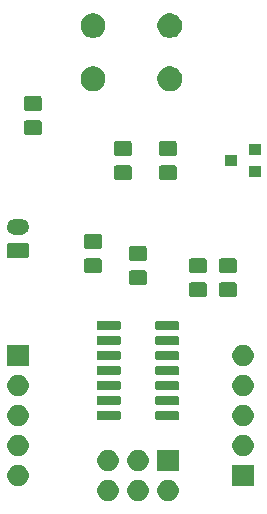
<source format=gbr>
G04 #@! TF.GenerationSoftware,KiCad,Pcbnew,5.1.5+dfsg1-2build2*
G04 #@! TF.CreationDate,2021-03-19T14:08:30-04:00*
G04 #@! TF.ProjectId,hawk,6861776b-2e6b-4696-9361-645f70636258,rev?*
G04 #@! TF.SameCoordinates,Original*
G04 #@! TF.FileFunction,Soldermask,Top*
G04 #@! TF.FilePolarity,Negative*
%FSLAX46Y46*%
G04 Gerber Fmt 4.6, Leading zero omitted, Abs format (unit mm)*
G04 Created by KiCad (PCBNEW 5.1.5+dfsg1-2build2) date 2021-03-19 14:08:30*
%MOMM*%
%LPD*%
G04 APERTURE LIST*
%ADD10C,0.100000*%
G04 APERTURE END LIST*
D10*
G36*
X138543512Y-115943927D02*
G01*
X138692812Y-115973624D01*
X138856784Y-116041544D01*
X139004354Y-116140147D01*
X139129853Y-116265646D01*
X139228456Y-116413216D01*
X139296376Y-116577188D01*
X139331000Y-116751259D01*
X139331000Y-116928741D01*
X139296376Y-117102812D01*
X139228456Y-117266784D01*
X139129853Y-117414354D01*
X139004354Y-117539853D01*
X138856784Y-117638456D01*
X138692812Y-117706376D01*
X138543512Y-117736073D01*
X138518742Y-117741000D01*
X138341258Y-117741000D01*
X138316488Y-117736073D01*
X138167188Y-117706376D01*
X138003216Y-117638456D01*
X137855646Y-117539853D01*
X137730147Y-117414354D01*
X137631544Y-117266784D01*
X137563624Y-117102812D01*
X137529000Y-116928741D01*
X137529000Y-116751259D01*
X137563624Y-116577188D01*
X137631544Y-116413216D01*
X137730147Y-116265646D01*
X137855646Y-116140147D01*
X138003216Y-116041544D01*
X138167188Y-115973624D01*
X138316488Y-115943927D01*
X138341258Y-115939000D01*
X138518742Y-115939000D01*
X138543512Y-115943927D01*
G37*
G36*
X136003512Y-115943927D02*
G01*
X136152812Y-115973624D01*
X136316784Y-116041544D01*
X136464354Y-116140147D01*
X136589853Y-116265646D01*
X136688456Y-116413216D01*
X136756376Y-116577188D01*
X136791000Y-116751259D01*
X136791000Y-116928741D01*
X136756376Y-117102812D01*
X136688456Y-117266784D01*
X136589853Y-117414354D01*
X136464354Y-117539853D01*
X136316784Y-117638456D01*
X136152812Y-117706376D01*
X136003512Y-117736073D01*
X135978742Y-117741000D01*
X135801258Y-117741000D01*
X135776488Y-117736073D01*
X135627188Y-117706376D01*
X135463216Y-117638456D01*
X135315646Y-117539853D01*
X135190147Y-117414354D01*
X135091544Y-117266784D01*
X135023624Y-117102812D01*
X134989000Y-116928741D01*
X134989000Y-116751259D01*
X135023624Y-116577188D01*
X135091544Y-116413216D01*
X135190147Y-116265646D01*
X135315646Y-116140147D01*
X135463216Y-116041544D01*
X135627188Y-115973624D01*
X135776488Y-115943927D01*
X135801258Y-115939000D01*
X135978742Y-115939000D01*
X136003512Y-115943927D01*
G37*
G36*
X133463512Y-115943927D02*
G01*
X133612812Y-115973624D01*
X133776784Y-116041544D01*
X133924354Y-116140147D01*
X134049853Y-116265646D01*
X134148456Y-116413216D01*
X134216376Y-116577188D01*
X134251000Y-116751259D01*
X134251000Y-116928741D01*
X134216376Y-117102812D01*
X134148456Y-117266784D01*
X134049853Y-117414354D01*
X133924354Y-117539853D01*
X133776784Y-117638456D01*
X133612812Y-117706376D01*
X133463512Y-117736073D01*
X133438742Y-117741000D01*
X133261258Y-117741000D01*
X133236488Y-117736073D01*
X133087188Y-117706376D01*
X132923216Y-117638456D01*
X132775646Y-117539853D01*
X132650147Y-117414354D01*
X132551544Y-117266784D01*
X132483624Y-117102812D01*
X132449000Y-116928741D01*
X132449000Y-116751259D01*
X132483624Y-116577188D01*
X132551544Y-116413216D01*
X132650147Y-116265646D01*
X132775646Y-116140147D01*
X132923216Y-116041544D01*
X133087188Y-115973624D01*
X133236488Y-115943927D01*
X133261258Y-115939000D01*
X133438742Y-115939000D01*
X133463512Y-115943927D01*
G37*
G36*
X125843512Y-114673927D02*
G01*
X125992812Y-114703624D01*
X126156784Y-114771544D01*
X126304354Y-114870147D01*
X126429853Y-114995646D01*
X126528456Y-115143216D01*
X126596376Y-115307188D01*
X126631000Y-115481259D01*
X126631000Y-115658741D01*
X126596376Y-115832812D01*
X126528456Y-115996784D01*
X126429853Y-116144354D01*
X126304354Y-116269853D01*
X126156784Y-116368456D01*
X125992812Y-116436376D01*
X125843512Y-116466073D01*
X125818742Y-116471000D01*
X125641258Y-116471000D01*
X125616488Y-116466073D01*
X125467188Y-116436376D01*
X125303216Y-116368456D01*
X125155646Y-116269853D01*
X125030147Y-116144354D01*
X124931544Y-115996784D01*
X124863624Y-115832812D01*
X124829000Y-115658741D01*
X124829000Y-115481259D01*
X124863624Y-115307188D01*
X124931544Y-115143216D01*
X125030147Y-114995646D01*
X125155646Y-114870147D01*
X125303216Y-114771544D01*
X125467188Y-114703624D01*
X125616488Y-114673927D01*
X125641258Y-114669000D01*
X125818742Y-114669000D01*
X125843512Y-114673927D01*
G37*
G36*
X145681000Y-116471000D02*
G01*
X143879000Y-116471000D01*
X143879000Y-114669000D01*
X145681000Y-114669000D01*
X145681000Y-116471000D01*
G37*
G36*
X136003512Y-113403927D02*
G01*
X136152812Y-113433624D01*
X136316784Y-113501544D01*
X136464354Y-113600147D01*
X136589853Y-113725646D01*
X136688456Y-113873216D01*
X136756376Y-114037188D01*
X136791000Y-114211259D01*
X136791000Y-114388741D01*
X136756376Y-114562812D01*
X136688456Y-114726784D01*
X136589853Y-114874354D01*
X136464354Y-114999853D01*
X136316784Y-115098456D01*
X136152812Y-115166376D01*
X136003512Y-115196073D01*
X135978742Y-115201000D01*
X135801258Y-115201000D01*
X135776488Y-115196073D01*
X135627188Y-115166376D01*
X135463216Y-115098456D01*
X135315646Y-114999853D01*
X135190147Y-114874354D01*
X135091544Y-114726784D01*
X135023624Y-114562812D01*
X134989000Y-114388741D01*
X134989000Y-114211259D01*
X135023624Y-114037188D01*
X135091544Y-113873216D01*
X135190147Y-113725646D01*
X135315646Y-113600147D01*
X135463216Y-113501544D01*
X135627188Y-113433624D01*
X135776488Y-113403927D01*
X135801258Y-113399000D01*
X135978742Y-113399000D01*
X136003512Y-113403927D01*
G37*
G36*
X139331000Y-115201000D02*
G01*
X137529000Y-115201000D01*
X137529000Y-113399000D01*
X139331000Y-113399000D01*
X139331000Y-115201000D01*
G37*
G36*
X133463512Y-113403927D02*
G01*
X133612812Y-113433624D01*
X133776784Y-113501544D01*
X133924354Y-113600147D01*
X134049853Y-113725646D01*
X134148456Y-113873216D01*
X134216376Y-114037188D01*
X134251000Y-114211259D01*
X134251000Y-114388741D01*
X134216376Y-114562812D01*
X134148456Y-114726784D01*
X134049853Y-114874354D01*
X133924354Y-114999853D01*
X133776784Y-115098456D01*
X133612812Y-115166376D01*
X133463512Y-115196073D01*
X133438742Y-115201000D01*
X133261258Y-115201000D01*
X133236488Y-115196073D01*
X133087188Y-115166376D01*
X132923216Y-115098456D01*
X132775646Y-114999853D01*
X132650147Y-114874354D01*
X132551544Y-114726784D01*
X132483624Y-114562812D01*
X132449000Y-114388741D01*
X132449000Y-114211259D01*
X132483624Y-114037188D01*
X132551544Y-113873216D01*
X132650147Y-113725646D01*
X132775646Y-113600147D01*
X132923216Y-113501544D01*
X133087188Y-113433624D01*
X133236488Y-113403927D01*
X133261258Y-113399000D01*
X133438742Y-113399000D01*
X133463512Y-113403927D01*
G37*
G36*
X125843512Y-112133927D02*
G01*
X125992812Y-112163624D01*
X126156784Y-112231544D01*
X126304354Y-112330147D01*
X126429853Y-112455646D01*
X126528456Y-112603216D01*
X126596376Y-112767188D01*
X126631000Y-112941259D01*
X126631000Y-113118741D01*
X126596376Y-113292812D01*
X126528456Y-113456784D01*
X126429853Y-113604354D01*
X126304354Y-113729853D01*
X126156784Y-113828456D01*
X125992812Y-113896376D01*
X125843512Y-113926073D01*
X125818742Y-113931000D01*
X125641258Y-113931000D01*
X125616488Y-113926073D01*
X125467188Y-113896376D01*
X125303216Y-113828456D01*
X125155646Y-113729853D01*
X125030147Y-113604354D01*
X124931544Y-113456784D01*
X124863624Y-113292812D01*
X124829000Y-113118741D01*
X124829000Y-112941259D01*
X124863624Y-112767188D01*
X124931544Y-112603216D01*
X125030147Y-112455646D01*
X125155646Y-112330147D01*
X125303216Y-112231544D01*
X125467188Y-112163624D01*
X125616488Y-112133927D01*
X125641258Y-112129000D01*
X125818742Y-112129000D01*
X125843512Y-112133927D01*
G37*
G36*
X144893512Y-112133927D02*
G01*
X145042812Y-112163624D01*
X145206784Y-112231544D01*
X145354354Y-112330147D01*
X145479853Y-112455646D01*
X145578456Y-112603216D01*
X145646376Y-112767188D01*
X145681000Y-112941259D01*
X145681000Y-113118741D01*
X145646376Y-113292812D01*
X145578456Y-113456784D01*
X145479853Y-113604354D01*
X145354354Y-113729853D01*
X145206784Y-113828456D01*
X145042812Y-113896376D01*
X144893512Y-113926073D01*
X144868742Y-113931000D01*
X144691258Y-113931000D01*
X144666488Y-113926073D01*
X144517188Y-113896376D01*
X144353216Y-113828456D01*
X144205646Y-113729853D01*
X144080147Y-113604354D01*
X143981544Y-113456784D01*
X143913624Y-113292812D01*
X143879000Y-113118741D01*
X143879000Y-112941259D01*
X143913624Y-112767188D01*
X143981544Y-112603216D01*
X144080147Y-112455646D01*
X144205646Y-112330147D01*
X144353216Y-112231544D01*
X144517188Y-112163624D01*
X144666488Y-112133927D01*
X144691258Y-112129000D01*
X144868742Y-112129000D01*
X144893512Y-112133927D01*
G37*
G36*
X144893512Y-109593927D02*
G01*
X145042812Y-109623624D01*
X145206784Y-109691544D01*
X145354354Y-109790147D01*
X145479853Y-109915646D01*
X145578456Y-110063216D01*
X145646376Y-110227188D01*
X145681000Y-110401259D01*
X145681000Y-110578741D01*
X145646376Y-110752812D01*
X145578456Y-110916784D01*
X145479853Y-111064354D01*
X145354354Y-111189853D01*
X145206784Y-111288456D01*
X145042812Y-111356376D01*
X144893512Y-111386073D01*
X144868742Y-111391000D01*
X144691258Y-111391000D01*
X144666488Y-111386073D01*
X144517188Y-111356376D01*
X144353216Y-111288456D01*
X144205646Y-111189853D01*
X144080147Y-111064354D01*
X143981544Y-110916784D01*
X143913624Y-110752812D01*
X143879000Y-110578741D01*
X143879000Y-110401259D01*
X143913624Y-110227188D01*
X143981544Y-110063216D01*
X144080147Y-109915646D01*
X144205646Y-109790147D01*
X144353216Y-109691544D01*
X144517188Y-109623624D01*
X144666488Y-109593927D01*
X144691258Y-109589000D01*
X144868742Y-109589000D01*
X144893512Y-109593927D01*
G37*
G36*
X125843512Y-109593927D02*
G01*
X125992812Y-109623624D01*
X126156784Y-109691544D01*
X126304354Y-109790147D01*
X126429853Y-109915646D01*
X126528456Y-110063216D01*
X126596376Y-110227188D01*
X126631000Y-110401259D01*
X126631000Y-110578741D01*
X126596376Y-110752812D01*
X126528456Y-110916784D01*
X126429853Y-111064354D01*
X126304354Y-111189853D01*
X126156784Y-111288456D01*
X125992812Y-111356376D01*
X125843512Y-111386073D01*
X125818742Y-111391000D01*
X125641258Y-111391000D01*
X125616488Y-111386073D01*
X125467188Y-111356376D01*
X125303216Y-111288456D01*
X125155646Y-111189853D01*
X125030147Y-111064354D01*
X124931544Y-110916784D01*
X124863624Y-110752812D01*
X124829000Y-110578741D01*
X124829000Y-110401259D01*
X124863624Y-110227188D01*
X124931544Y-110063216D01*
X125030147Y-109915646D01*
X125155646Y-109790147D01*
X125303216Y-109691544D01*
X125467188Y-109623624D01*
X125616488Y-109593927D01*
X125641258Y-109589000D01*
X125818742Y-109589000D01*
X125843512Y-109593927D01*
G37*
G36*
X139299928Y-110141764D02*
G01*
X139321009Y-110148160D01*
X139340445Y-110158548D01*
X139357476Y-110172524D01*
X139371452Y-110189555D01*
X139381840Y-110208991D01*
X139388236Y-110230072D01*
X139391000Y-110258140D01*
X139391000Y-110721860D01*
X139388236Y-110749928D01*
X139381840Y-110771009D01*
X139371452Y-110790445D01*
X139357476Y-110807476D01*
X139340445Y-110821452D01*
X139321009Y-110831840D01*
X139299928Y-110838236D01*
X139271860Y-110841000D01*
X137458140Y-110841000D01*
X137430072Y-110838236D01*
X137408991Y-110831840D01*
X137389555Y-110821452D01*
X137372524Y-110807476D01*
X137358548Y-110790445D01*
X137348160Y-110771009D01*
X137341764Y-110749928D01*
X137339000Y-110721860D01*
X137339000Y-110258140D01*
X137341764Y-110230072D01*
X137348160Y-110208991D01*
X137358548Y-110189555D01*
X137372524Y-110172524D01*
X137389555Y-110158548D01*
X137408991Y-110148160D01*
X137430072Y-110141764D01*
X137458140Y-110139000D01*
X139271860Y-110139000D01*
X139299928Y-110141764D01*
G37*
G36*
X134349928Y-110141764D02*
G01*
X134371009Y-110148160D01*
X134390445Y-110158548D01*
X134407476Y-110172524D01*
X134421452Y-110189555D01*
X134431840Y-110208991D01*
X134438236Y-110230072D01*
X134441000Y-110258140D01*
X134441000Y-110721860D01*
X134438236Y-110749928D01*
X134431840Y-110771009D01*
X134421452Y-110790445D01*
X134407476Y-110807476D01*
X134390445Y-110821452D01*
X134371009Y-110831840D01*
X134349928Y-110838236D01*
X134321860Y-110841000D01*
X132508140Y-110841000D01*
X132480072Y-110838236D01*
X132458991Y-110831840D01*
X132439555Y-110821452D01*
X132422524Y-110807476D01*
X132408548Y-110790445D01*
X132398160Y-110771009D01*
X132391764Y-110749928D01*
X132389000Y-110721860D01*
X132389000Y-110258140D01*
X132391764Y-110230072D01*
X132398160Y-110208991D01*
X132408548Y-110189555D01*
X132422524Y-110172524D01*
X132439555Y-110158548D01*
X132458991Y-110148160D01*
X132480072Y-110141764D01*
X132508140Y-110139000D01*
X134321860Y-110139000D01*
X134349928Y-110141764D01*
G37*
G36*
X134349928Y-108871764D02*
G01*
X134371009Y-108878160D01*
X134390445Y-108888548D01*
X134407476Y-108902524D01*
X134421452Y-108919555D01*
X134431840Y-108938991D01*
X134438236Y-108960072D01*
X134441000Y-108988140D01*
X134441000Y-109451860D01*
X134438236Y-109479928D01*
X134431840Y-109501009D01*
X134421452Y-109520445D01*
X134407476Y-109537476D01*
X134390445Y-109551452D01*
X134371009Y-109561840D01*
X134349928Y-109568236D01*
X134321860Y-109571000D01*
X132508140Y-109571000D01*
X132480072Y-109568236D01*
X132458991Y-109561840D01*
X132439555Y-109551452D01*
X132422524Y-109537476D01*
X132408548Y-109520445D01*
X132398160Y-109501009D01*
X132391764Y-109479928D01*
X132389000Y-109451860D01*
X132389000Y-108988140D01*
X132391764Y-108960072D01*
X132398160Y-108938991D01*
X132408548Y-108919555D01*
X132422524Y-108902524D01*
X132439555Y-108888548D01*
X132458991Y-108878160D01*
X132480072Y-108871764D01*
X132508140Y-108869000D01*
X134321860Y-108869000D01*
X134349928Y-108871764D01*
G37*
G36*
X139299928Y-108871764D02*
G01*
X139321009Y-108878160D01*
X139340445Y-108888548D01*
X139357476Y-108902524D01*
X139371452Y-108919555D01*
X139381840Y-108938991D01*
X139388236Y-108960072D01*
X139391000Y-108988140D01*
X139391000Y-109451860D01*
X139388236Y-109479928D01*
X139381840Y-109501009D01*
X139371452Y-109520445D01*
X139357476Y-109537476D01*
X139340445Y-109551452D01*
X139321009Y-109561840D01*
X139299928Y-109568236D01*
X139271860Y-109571000D01*
X137458140Y-109571000D01*
X137430072Y-109568236D01*
X137408991Y-109561840D01*
X137389555Y-109551452D01*
X137372524Y-109537476D01*
X137358548Y-109520445D01*
X137348160Y-109501009D01*
X137341764Y-109479928D01*
X137339000Y-109451860D01*
X137339000Y-108988140D01*
X137341764Y-108960072D01*
X137348160Y-108938991D01*
X137358548Y-108919555D01*
X137372524Y-108902524D01*
X137389555Y-108888548D01*
X137408991Y-108878160D01*
X137430072Y-108871764D01*
X137458140Y-108869000D01*
X139271860Y-108869000D01*
X139299928Y-108871764D01*
G37*
G36*
X125843512Y-107053927D02*
G01*
X125992812Y-107083624D01*
X126156784Y-107151544D01*
X126304354Y-107250147D01*
X126429853Y-107375646D01*
X126528456Y-107523216D01*
X126596376Y-107687188D01*
X126631000Y-107861259D01*
X126631000Y-108038741D01*
X126596376Y-108212812D01*
X126528456Y-108376784D01*
X126429853Y-108524354D01*
X126304354Y-108649853D01*
X126156784Y-108748456D01*
X125992812Y-108816376D01*
X125843512Y-108846073D01*
X125818742Y-108851000D01*
X125641258Y-108851000D01*
X125616488Y-108846073D01*
X125467188Y-108816376D01*
X125303216Y-108748456D01*
X125155646Y-108649853D01*
X125030147Y-108524354D01*
X124931544Y-108376784D01*
X124863624Y-108212812D01*
X124829000Y-108038741D01*
X124829000Y-107861259D01*
X124863624Y-107687188D01*
X124931544Y-107523216D01*
X125030147Y-107375646D01*
X125155646Y-107250147D01*
X125303216Y-107151544D01*
X125467188Y-107083624D01*
X125616488Y-107053927D01*
X125641258Y-107049000D01*
X125818742Y-107049000D01*
X125843512Y-107053927D01*
G37*
G36*
X144893512Y-107053927D02*
G01*
X145042812Y-107083624D01*
X145206784Y-107151544D01*
X145354354Y-107250147D01*
X145479853Y-107375646D01*
X145578456Y-107523216D01*
X145646376Y-107687188D01*
X145681000Y-107861259D01*
X145681000Y-108038741D01*
X145646376Y-108212812D01*
X145578456Y-108376784D01*
X145479853Y-108524354D01*
X145354354Y-108649853D01*
X145206784Y-108748456D01*
X145042812Y-108816376D01*
X144893512Y-108846073D01*
X144868742Y-108851000D01*
X144691258Y-108851000D01*
X144666488Y-108846073D01*
X144517188Y-108816376D01*
X144353216Y-108748456D01*
X144205646Y-108649853D01*
X144080147Y-108524354D01*
X143981544Y-108376784D01*
X143913624Y-108212812D01*
X143879000Y-108038741D01*
X143879000Y-107861259D01*
X143913624Y-107687188D01*
X143981544Y-107523216D01*
X144080147Y-107375646D01*
X144205646Y-107250147D01*
X144353216Y-107151544D01*
X144517188Y-107083624D01*
X144666488Y-107053927D01*
X144691258Y-107049000D01*
X144868742Y-107049000D01*
X144893512Y-107053927D01*
G37*
G36*
X134349928Y-107601764D02*
G01*
X134371009Y-107608160D01*
X134390445Y-107618548D01*
X134407476Y-107632524D01*
X134421452Y-107649555D01*
X134431840Y-107668991D01*
X134438236Y-107690072D01*
X134441000Y-107718140D01*
X134441000Y-108181860D01*
X134438236Y-108209928D01*
X134431840Y-108231009D01*
X134421452Y-108250445D01*
X134407476Y-108267476D01*
X134390445Y-108281452D01*
X134371009Y-108291840D01*
X134349928Y-108298236D01*
X134321860Y-108301000D01*
X132508140Y-108301000D01*
X132480072Y-108298236D01*
X132458991Y-108291840D01*
X132439555Y-108281452D01*
X132422524Y-108267476D01*
X132408548Y-108250445D01*
X132398160Y-108231009D01*
X132391764Y-108209928D01*
X132389000Y-108181860D01*
X132389000Y-107718140D01*
X132391764Y-107690072D01*
X132398160Y-107668991D01*
X132408548Y-107649555D01*
X132422524Y-107632524D01*
X132439555Y-107618548D01*
X132458991Y-107608160D01*
X132480072Y-107601764D01*
X132508140Y-107599000D01*
X134321860Y-107599000D01*
X134349928Y-107601764D01*
G37*
G36*
X139299928Y-107601764D02*
G01*
X139321009Y-107608160D01*
X139340445Y-107618548D01*
X139357476Y-107632524D01*
X139371452Y-107649555D01*
X139381840Y-107668991D01*
X139388236Y-107690072D01*
X139391000Y-107718140D01*
X139391000Y-108181860D01*
X139388236Y-108209928D01*
X139381840Y-108231009D01*
X139371452Y-108250445D01*
X139357476Y-108267476D01*
X139340445Y-108281452D01*
X139321009Y-108291840D01*
X139299928Y-108298236D01*
X139271860Y-108301000D01*
X137458140Y-108301000D01*
X137430072Y-108298236D01*
X137408991Y-108291840D01*
X137389555Y-108281452D01*
X137372524Y-108267476D01*
X137358548Y-108250445D01*
X137348160Y-108231009D01*
X137341764Y-108209928D01*
X137339000Y-108181860D01*
X137339000Y-107718140D01*
X137341764Y-107690072D01*
X137348160Y-107668991D01*
X137358548Y-107649555D01*
X137372524Y-107632524D01*
X137389555Y-107618548D01*
X137408991Y-107608160D01*
X137430072Y-107601764D01*
X137458140Y-107599000D01*
X139271860Y-107599000D01*
X139299928Y-107601764D01*
G37*
G36*
X134349928Y-106331764D02*
G01*
X134371009Y-106338160D01*
X134390445Y-106348548D01*
X134407476Y-106362524D01*
X134421452Y-106379555D01*
X134431840Y-106398991D01*
X134438236Y-106420072D01*
X134441000Y-106448140D01*
X134441000Y-106911860D01*
X134438236Y-106939928D01*
X134431840Y-106961009D01*
X134421452Y-106980445D01*
X134407476Y-106997476D01*
X134390445Y-107011452D01*
X134371009Y-107021840D01*
X134349928Y-107028236D01*
X134321860Y-107031000D01*
X132508140Y-107031000D01*
X132480072Y-107028236D01*
X132458991Y-107021840D01*
X132439555Y-107011452D01*
X132422524Y-106997476D01*
X132408548Y-106980445D01*
X132398160Y-106961009D01*
X132391764Y-106939928D01*
X132389000Y-106911860D01*
X132389000Y-106448140D01*
X132391764Y-106420072D01*
X132398160Y-106398991D01*
X132408548Y-106379555D01*
X132422524Y-106362524D01*
X132439555Y-106348548D01*
X132458991Y-106338160D01*
X132480072Y-106331764D01*
X132508140Y-106329000D01*
X134321860Y-106329000D01*
X134349928Y-106331764D01*
G37*
G36*
X139299928Y-106331764D02*
G01*
X139321009Y-106338160D01*
X139340445Y-106348548D01*
X139357476Y-106362524D01*
X139371452Y-106379555D01*
X139381840Y-106398991D01*
X139388236Y-106420072D01*
X139391000Y-106448140D01*
X139391000Y-106911860D01*
X139388236Y-106939928D01*
X139381840Y-106961009D01*
X139371452Y-106980445D01*
X139357476Y-106997476D01*
X139340445Y-107011452D01*
X139321009Y-107021840D01*
X139299928Y-107028236D01*
X139271860Y-107031000D01*
X137458140Y-107031000D01*
X137430072Y-107028236D01*
X137408991Y-107021840D01*
X137389555Y-107011452D01*
X137372524Y-106997476D01*
X137358548Y-106980445D01*
X137348160Y-106961009D01*
X137341764Y-106939928D01*
X137339000Y-106911860D01*
X137339000Y-106448140D01*
X137341764Y-106420072D01*
X137348160Y-106398991D01*
X137358548Y-106379555D01*
X137372524Y-106362524D01*
X137389555Y-106348548D01*
X137408991Y-106338160D01*
X137430072Y-106331764D01*
X137458140Y-106329000D01*
X139271860Y-106329000D01*
X139299928Y-106331764D01*
G37*
G36*
X126631000Y-106311000D02*
G01*
X124829000Y-106311000D01*
X124829000Y-104509000D01*
X126631000Y-104509000D01*
X126631000Y-106311000D01*
G37*
G36*
X144893512Y-104513927D02*
G01*
X145042812Y-104543624D01*
X145206784Y-104611544D01*
X145354354Y-104710147D01*
X145479853Y-104835646D01*
X145578456Y-104983216D01*
X145646376Y-105147188D01*
X145681000Y-105321259D01*
X145681000Y-105498741D01*
X145646376Y-105672812D01*
X145578456Y-105836784D01*
X145479853Y-105984354D01*
X145354354Y-106109853D01*
X145206784Y-106208456D01*
X145042812Y-106276376D01*
X144893512Y-106306073D01*
X144868742Y-106311000D01*
X144691258Y-106311000D01*
X144666488Y-106306073D01*
X144517188Y-106276376D01*
X144353216Y-106208456D01*
X144205646Y-106109853D01*
X144080147Y-105984354D01*
X143981544Y-105836784D01*
X143913624Y-105672812D01*
X143879000Y-105498741D01*
X143879000Y-105321259D01*
X143913624Y-105147188D01*
X143981544Y-104983216D01*
X144080147Y-104835646D01*
X144205646Y-104710147D01*
X144353216Y-104611544D01*
X144517188Y-104543624D01*
X144666488Y-104513927D01*
X144691258Y-104509000D01*
X144868742Y-104509000D01*
X144893512Y-104513927D01*
G37*
G36*
X139299928Y-105061764D02*
G01*
X139321009Y-105068160D01*
X139340445Y-105078548D01*
X139357476Y-105092524D01*
X139371452Y-105109555D01*
X139381840Y-105128991D01*
X139388236Y-105150072D01*
X139391000Y-105178140D01*
X139391000Y-105641860D01*
X139388236Y-105669928D01*
X139381840Y-105691009D01*
X139371452Y-105710445D01*
X139357476Y-105727476D01*
X139340445Y-105741452D01*
X139321009Y-105751840D01*
X139299928Y-105758236D01*
X139271860Y-105761000D01*
X137458140Y-105761000D01*
X137430072Y-105758236D01*
X137408991Y-105751840D01*
X137389555Y-105741452D01*
X137372524Y-105727476D01*
X137358548Y-105710445D01*
X137348160Y-105691009D01*
X137341764Y-105669928D01*
X137339000Y-105641860D01*
X137339000Y-105178140D01*
X137341764Y-105150072D01*
X137348160Y-105128991D01*
X137358548Y-105109555D01*
X137372524Y-105092524D01*
X137389555Y-105078548D01*
X137408991Y-105068160D01*
X137430072Y-105061764D01*
X137458140Y-105059000D01*
X139271860Y-105059000D01*
X139299928Y-105061764D01*
G37*
G36*
X134349928Y-105061764D02*
G01*
X134371009Y-105068160D01*
X134390445Y-105078548D01*
X134407476Y-105092524D01*
X134421452Y-105109555D01*
X134431840Y-105128991D01*
X134438236Y-105150072D01*
X134441000Y-105178140D01*
X134441000Y-105641860D01*
X134438236Y-105669928D01*
X134431840Y-105691009D01*
X134421452Y-105710445D01*
X134407476Y-105727476D01*
X134390445Y-105741452D01*
X134371009Y-105751840D01*
X134349928Y-105758236D01*
X134321860Y-105761000D01*
X132508140Y-105761000D01*
X132480072Y-105758236D01*
X132458991Y-105751840D01*
X132439555Y-105741452D01*
X132422524Y-105727476D01*
X132408548Y-105710445D01*
X132398160Y-105691009D01*
X132391764Y-105669928D01*
X132389000Y-105641860D01*
X132389000Y-105178140D01*
X132391764Y-105150072D01*
X132398160Y-105128991D01*
X132408548Y-105109555D01*
X132422524Y-105092524D01*
X132439555Y-105078548D01*
X132458991Y-105068160D01*
X132480072Y-105061764D01*
X132508140Y-105059000D01*
X134321860Y-105059000D01*
X134349928Y-105061764D01*
G37*
G36*
X139299928Y-103791764D02*
G01*
X139321009Y-103798160D01*
X139340445Y-103808548D01*
X139357476Y-103822524D01*
X139371452Y-103839555D01*
X139381840Y-103858991D01*
X139388236Y-103880072D01*
X139391000Y-103908140D01*
X139391000Y-104371860D01*
X139388236Y-104399928D01*
X139381840Y-104421009D01*
X139371452Y-104440445D01*
X139357476Y-104457476D01*
X139340445Y-104471452D01*
X139321009Y-104481840D01*
X139299928Y-104488236D01*
X139271860Y-104491000D01*
X137458140Y-104491000D01*
X137430072Y-104488236D01*
X137408991Y-104481840D01*
X137389555Y-104471452D01*
X137372524Y-104457476D01*
X137358548Y-104440445D01*
X137348160Y-104421009D01*
X137341764Y-104399928D01*
X137339000Y-104371860D01*
X137339000Y-103908140D01*
X137341764Y-103880072D01*
X137348160Y-103858991D01*
X137358548Y-103839555D01*
X137372524Y-103822524D01*
X137389555Y-103808548D01*
X137408991Y-103798160D01*
X137430072Y-103791764D01*
X137458140Y-103789000D01*
X139271860Y-103789000D01*
X139299928Y-103791764D01*
G37*
G36*
X134349928Y-103791764D02*
G01*
X134371009Y-103798160D01*
X134390445Y-103808548D01*
X134407476Y-103822524D01*
X134421452Y-103839555D01*
X134431840Y-103858991D01*
X134438236Y-103880072D01*
X134441000Y-103908140D01*
X134441000Y-104371860D01*
X134438236Y-104399928D01*
X134431840Y-104421009D01*
X134421452Y-104440445D01*
X134407476Y-104457476D01*
X134390445Y-104471452D01*
X134371009Y-104481840D01*
X134349928Y-104488236D01*
X134321860Y-104491000D01*
X132508140Y-104491000D01*
X132480072Y-104488236D01*
X132458991Y-104481840D01*
X132439555Y-104471452D01*
X132422524Y-104457476D01*
X132408548Y-104440445D01*
X132398160Y-104421009D01*
X132391764Y-104399928D01*
X132389000Y-104371860D01*
X132389000Y-103908140D01*
X132391764Y-103880072D01*
X132398160Y-103858991D01*
X132408548Y-103839555D01*
X132422524Y-103822524D01*
X132439555Y-103808548D01*
X132458991Y-103798160D01*
X132480072Y-103791764D01*
X132508140Y-103789000D01*
X134321860Y-103789000D01*
X134349928Y-103791764D01*
G37*
G36*
X139299928Y-102521764D02*
G01*
X139321009Y-102528160D01*
X139340445Y-102538548D01*
X139357476Y-102552524D01*
X139371452Y-102569555D01*
X139381840Y-102588991D01*
X139388236Y-102610072D01*
X139391000Y-102638140D01*
X139391000Y-103101860D01*
X139388236Y-103129928D01*
X139381840Y-103151009D01*
X139371452Y-103170445D01*
X139357476Y-103187476D01*
X139340445Y-103201452D01*
X139321009Y-103211840D01*
X139299928Y-103218236D01*
X139271860Y-103221000D01*
X137458140Y-103221000D01*
X137430072Y-103218236D01*
X137408991Y-103211840D01*
X137389555Y-103201452D01*
X137372524Y-103187476D01*
X137358548Y-103170445D01*
X137348160Y-103151009D01*
X137341764Y-103129928D01*
X137339000Y-103101860D01*
X137339000Y-102638140D01*
X137341764Y-102610072D01*
X137348160Y-102588991D01*
X137358548Y-102569555D01*
X137372524Y-102552524D01*
X137389555Y-102538548D01*
X137408991Y-102528160D01*
X137430072Y-102521764D01*
X137458140Y-102519000D01*
X139271860Y-102519000D01*
X139299928Y-102521764D01*
G37*
G36*
X134349928Y-102521764D02*
G01*
X134371009Y-102528160D01*
X134390445Y-102538548D01*
X134407476Y-102552524D01*
X134421452Y-102569555D01*
X134431840Y-102588991D01*
X134438236Y-102610072D01*
X134441000Y-102638140D01*
X134441000Y-103101860D01*
X134438236Y-103129928D01*
X134431840Y-103151009D01*
X134421452Y-103170445D01*
X134407476Y-103187476D01*
X134390445Y-103201452D01*
X134371009Y-103211840D01*
X134349928Y-103218236D01*
X134321860Y-103221000D01*
X132508140Y-103221000D01*
X132480072Y-103218236D01*
X132458991Y-103211840D01*
X132439555Y-103201452D01*
X132422524Y-103187476D01*
X132408548Y-103170445D01*
X132398160Y-103151009D01*
X132391764Y-103129928D01*
X132389000Y-103101860D01*
X132389000Y-102638140D01*
X132391764Y-102610072D01*
X132398160Y-102588991D01*
X132408548Y-102569555D01*
X132422524Y-102552524D01*
X132439555Y-102538548D01*
X132458991Y-102528160D01*
X132480072Y-102521764D01*
X132508140Y-102519000D01*
X134321860Y-102519000D01*
X134349928Y-102521764D01*
G37*
G36*
X144098674Y-99218465D02*
G01*
X144136367Y-99229899D01*
X144171103Y-99248466D01*
X144201548Y-99273452D01*
X144226534Y-99303897D01*
X144245101Y-99338633D01*
X144256535Y-99376326D01*
X144261000Y-99421661D01*
X144261000Y-100258339D01*
X144256535Y-100303674D01*
X144245101Y-100341367D01*
X144226534Y-100376103D01*
X144201548Y-100406548D01*
X144171103Y-100431534D01*
X144136367Y-100450101D01*
X144098674Y-100461535D01*
X144053339Y-100466000D01*
X142966661Y-100466000D01*
X142921326Y-100461535D01*
X142883633Y-100450101D01*
X142848897Y-100431534D01*
X142818452Y-100406548D01*
X142793466Y-100376103D01*
X142774899Y-100341367D01*
X142763465Y-100303674D01*
X142759000Y-100258339D01*
X142759000Y-99421661D01*
X142763465Y-99376326D01*
X142774899Y-99338633D01*
X142793466Y-99303897D01*
X142818452Y-99273452D01*
X142848897Y-99248466D01*
X142883633Y-99229899D01*
X142921326Y-99218465D01*
X142966661Y-99214000D01*
X144053339Y-99214000D01*
X144098674Y-99218465D01*
G37*
G36*
X141558674Y-99218465D02*
G01*
X141596367Y-99229899D01*
X141631103Y-99248466D01*
X141661548Y-99273452D01*
X141686534Y-99303897D01*
X141705101Y-99338633D01*
X141716535Y-99376326D01*
X141721000Y-99421661D01*
X141721000Y-100258339D01*
X141716535Y-100303674D01*
X141705101Y-100341367D01*
X141686534Y-100376103D01*
X141661548Y-100406548D01*
X141631103Y-100431534D01*
X141596367Y-100450101D01*
X141558674Y-100461535D01*
X141513339Y-100466000D01*
X140426661Y-100466000D01*
X140381326Y-100461535D01*
X140343633Y-100450101D01*
X140308897Y-100431534D01*
X140278452Y-100406548D01*
X140253466Y-100376103D01*
X140234899Y-100341367D01*
X140223465Y-100303674D01*
X140219000Y-100258339D01*
X140219000Y-99421661D01*
X140223465Y-99376326D01*
X140234899Y-99338633D01*
X140253466Y-99303897D01*
X140278452Y-99273452D01*
X140308897Y-99248466D01*
X140343633Y-99229899D01*
X140381326Y-99218465D01*
X140426661Y-99214000D01*
X141513339Y-99214000D01*
X141558674Y-99218465D01*
G37*
G36*
X136478674Y-98193465D02*
G01*
X136516367Y-98204899D01*
X136551103Y-98223466D01*
X136581548Y-98248452D01*
X136606534Y-98278897D01*
X136625101Y-98313633D01*
X136636535Y-98351326D01*
X136641000Y-98396661D01*
X136641000Y-99233339D01*
X136636535Y-99278674D01*
X136625101Y-99316367D01*
X136606534Y-99351103D01*
X136581548Y-99381548D01*
X136551103Y-99406534D01*
X136516367Y-99425101D01*
X136478674Y-99436535D01*
X136433339Y-99441000D01*
X135346661Y-99441000D01*
X135301326Y-99436535D01*
X135263633Y-99425101D01*
X135228897Y-99406534D01*
X135198452Y-99381548D01*
X135173466Y-99351103D01*
X135154899Y-99316367D01*
X135143465Y-99278674D01*
X135139000Y-99233339D01*
X135139000Y-98396661D01*
X135143465Y-98351326D01*
X135154899Y-98313633D01*
X135173466Y-98278897D01*
X135198452Y-98248452D01*
X135228897Y-98223466D01*
X135263633Y-98204899D01*
X135301326Y-98193465D01*
X135346661Y-98189000D01*
X136433339Y-98189000D01*
X136478674Y-98193465D01*
G37*
G36*
X132668674Y-97168465D02*
G01*
X132706367Y-97179899D01*
X132741103Y-97198466D01*
X132771548Y-97223452D01*
X132796534Y-97253897D01*
X132815101Y-97288633D01*
X132826535Y-97326326D01*
X132831000Y-97371661D01*
X132831000Y-98208339D01*
X132826535Y-98253674D01*
X132815101Y-98291367D01*
X132796534Y-98326103D01*
X132771548Y-98356548D01*
X132741103Y-98381534D01*
X132706367Y-98400101D01*
X132668674Y-98411535D01*
X132623339Y-98416000D01*
X131536661Y-98416000D01*
X131491326Y-98411535D01*
X131453633Y-98400101D01*
X131418897Y-98381534D01*
X131388452Y-98356548D01*
X131363466Y-98326103D01*
X131344899Y-98291367D01*
X131333465Y-98253674D01*
X131329000Y-98208339D01*
X131329000Y-97371661D01*
X131333465Y-97326326D01*
X131344899Y-97288633D01*
X131363466Y-97253897D01*
X131388452Y-97223452D01*
X131418897Y-97198466D01*
X131453633Y-97179899D01*
X131491326Y-97168465D01*
X131536661Y-97164000D01*
X132623339Y-97164000D01*
X132668674Y-97168465D01*
G37*
G36*
X144098674Y-97168465D02*
G01*
X144136367Y-97179899D01*
X144171103Y-97198466D01*
X144201548Y-97223452D01*
X144226534Y-97253897D01*
X144245101Y-97288633D01*
X144256535Y-97326326D01*
X144261000Y-97371661D01*
X144261000Y-98208339D01*
X144256535Y-98253674D01*
X144245101Y-98291367D01*
X144226534Y-98326103D01*
X144201548Y-98356548D01*
X144171103Y-98381534D01*
X144136367Y-98400101D01*
X144098674Y-98411535D01*
X144053339Y-98416000D01*
X142966661Y-98416000D01*
X142921326Y-98411535D01*
X142883633Y-98400101D01*
X142848897Y-98381534D01*
X142818452Y-98356548D01*
X142793466Y-98326103D01*
X142774899Y-98291367D01*
X142763465Y-98253674D01*
X142759000Y-98208339D01*
X142759000Y-97371661D01*
X142763465Y-97326326D01*
X142774899Y-97288633D01*
X142793466Y-97253897D01*
X142818452Y-97223452D01*
X142848897Y-97198466D01*
X142883633Y-97179899D01*
X142921326Y-97168465D01*
X142966661Y-97164000D01*
X144053339Y-97164000D01*
X144098674Y-97168465D01*
G37*
G36*
X141558674Y-97168465D02*
G01*
X141596367Y-97179899D01*
X141631103Y-97198466D01*
X141661548Y-97223452D01*
X141686534Y-97253897D01*
X141705101Y-97288633D01*
X141716535Y-97326326D01*
X141721000Y-97371661D01*
X141721000Y-98208339D01*
X141716535Y-98253674D01*
X141705101Y-98291367D01*
X141686534Y-98326103D01*
X141661548Y-98356548D01*
X141631103Y-98381534D01*
X141596367Y-98400101D01*
X141558674Y-98411535D01*
X141513339Y-98416000D01*
X140426661Y-98416000D01*
X140381326Y-98411535D01*
X140343633Y-98400101D01*
X140308897Y-98381534D01*
X140278452Y-98356548D01*
X140253466Y-98326103D01*
X140234899Y-98291367D01*
X140223465Y-98253674D01*
X140219000Y-98208339D01*
X140219000Y-97371661D01*
X140223465Y-97326326D01*
X140234899Y-97288633D01*
X140253466Y-97253897D01*
X140278452Y-97223452D01*
X140308897Y-97198466D01*
X140343633Y-97179899D01*
X140381326Y-97168465D01*
X140426661Y-97164000D01*
X141513339Y-97164000D01*
X141558674Y-97168465D01*
G37*
G36*
X136478674Y-96143465D02*
G01*
X136516367Y-96154899D01*
X136551103Y-96173466D01*
X136581548Y-96198452D01*
X136606534Y-96228897D01*
X136625101Y-96263633D01*
X136636535Y-96301326D01*
X136641000Y-96346661D01*
X136641000Y-97183339D01*
X136636535Y-97228674D01*
X136625101Y-97266367D01*
X136606534Y-97301103D01*
X136581548Y-97331548D01*
X136551103Y-97356534D01*
X136516367Y-97375101D01*
X136478674Y-97386535D01*
X136433339Y-97391000D01*
X135346661Y-97391000D01*
X135301326Y-97386535D01*
X135263633Y-97375101D01*
X135228897Y-97356534D01*
X135198452Y-97331548D01*
X135173466Y-97301103D01*
X135154899Y-97266367D01*
X135143465Y-97228674D01*
X135139000Y-97183339D01*
X135139000Y-96346661D01*
X135143465Y-96301326D01*
X135154899Y-96263633D01*
X135173466Y-96228897D01*
X135198452Y-96198452D01*
X135228897Y-96173466D01*
X135263633Y-96154899D01*
X135301326Y-96143465D01*
X135346661Y-96139000D01*
X136433339Y-96139000D01*
X136478674Y-96143465D01*
G37*
G36*
X126496242Y-95873404D02*
G01*
X126533337Y-95884657D01*
X126567515Y-95902925D01*
X126597481Y-95927519D01*
X126622075Y-95957485D01*
X126640343Y-95991663D01*
X126651596Y-96028758D01*
X126656000Y-96073474D01*
X126656000Y-96966526D01*
X126651596Y-97011242D01*
X126640343Y-97048337D01*
X126622075Y-97082515D01*
X126597481Y-97112481D01*
X126567515Y-97137075D01*
X126533337Y-97155343D01*
X126496242Y-97166596D01*
X126451526Y-97171000D01*
X125008474Y-97171000D01*
X124963758Y-97166596D01*
X124926663Y-97155343D01*
X124892485Y-97137075D01*
X124862519Y-97112481D01*
X124837925Y-97082515D01*
X124819657Y-97048337D01*
X124808404Y-97011242D01*
X124804000Y-96966526D01*
X124804000Y-96073474D01*
X124808404Y-96028758D01*
X124819657Y-95991663D01*
X124837925Y-95957485D01*
X124862519Y-95927519D01*
X124892485Y-95902925D01*
X124926663Y-95884657D01*
X124963758Y-95873404D01*
X125008474Y-95869000D01*
X126451526Y-95869000D01*
X126496242Y-95873404D01*
G37*
G36*
X132668674Y-95118465D02*
G01*
X132706367Y-95129899D01*
X132741103Y-95148466D01*
X132771548Y-95173452D01*
X132796534Y-95203897D01*
X132815101Y-95238633D01*
X132826535Y-95276326D01*
X132831000Y-95321661D01*
X132831000Y-96158339D01*
X132826535Y-96203674D01*
X132815101Y-96241367D01*
X132796534Y-96276103D01*
X132771548Y-96306548D01*
X132741103Y-96331534D01*
X132706367Y-96350101D01*
X132668674Y-96361535D01*
X132623339Y-96366000D01*
X131536661Y-96366000D01*
X131491326Y-96361535D01*
X131453633Y-96350101D01*
X131418897Y-96331534D01*
X131388452Y-96306548D01*
X131363466Y-96276103D01*
X131344899Y-96241367D01*
X131333465Y-96203674D01*
X131329000Y-96158339D01*
X131329000Y-95321661D01*
X131333465Y-95276326D01*
X131344899Y-95238633D01*
X131363466Y-95203897D01*
X131388452Y-95173452D01*
X131418897Y-95148466D01*
X131453633Y-95129899D01*
X131491326Y-95118465D01*
X131536661Y-95114000D01*
X132623339Y-95114000D01*
X132668674Y-95118465D01*
G37*
G36*
X126068855Y-93872140D02*
G01*
X126132618Y-93878420D01*
X126223404Y-93905960D01*
X126255336Y-93915646D01*
X126368425Y-93976094D01*
X126467554Y-94057446D01*
X126548906Y-94156575D01*
X126609354Y-94269664D01*
X126609355Y-94269668D01*
X126646580Y-94392382D01*
X126659149Y-94520000D01*
X126646580Y-94647618D01*
X126619040Y-94738404D01*
X126609354Y-94770336D01*
X126548906Y-94883425D01*
X126467554Y-94982554D01*
X126368425Y-95063906D01*
X126255336Y-95124354D01*
X126237056Y-95129899D01*
X126132618Y-95161580D01*
X126068855Y-95167860D01*
X126036974Y-95171000D01*
X125423026Y-95171000D01*
X125391145Y-95167860D01*
X125327382Y-95161580D01*
X125222944Y-95129899D01*
X125204664Y-95124354D01*
X125091575Y-95063906D01*
X124992446Y-94982554D01*
X124911094Y-94883425D01*
X124850646Y-94770336D01*
X124840960Y-94738404D01*
X124813420Y-94647618D01*
X124800851Y-94520000D01*
X124813420Y-94392382D01*
X124850645Y-94269668D01*
X124850646Y-94269664D01*
X124911094Y-94156575D01*
X124992446Y-94057446D01*
X125091575Y-93976094D01*
X125204664Y-93915646D01*
X125236596Y-93905960D01*
X125327382Y-93878420D01*
X125391145Y-93872140D01*
X125423026Y-93869000D01*
X126036974Y-93869000D01*
X126068855Y-93872140D01*
G37*
G36*
X135208674Y-89303465D02*
G01*
X135246367Y-89314899D01*
X135281103Y-89333466D01*
X135311548Y-89358452D01*
X135336534Y-89388897D01*
X135355101Y-89423633D01*
X135366535Y-89461326D01*
X135371000Y-89506661D01*
X135371000Y-90343339D01*
X135366535Y-90388674D01*
X135355101Y-90426367D01*
X135336534Y-90461103D01*
X135311548Y-90491548D01*
X135281103Y-90516534D01*
X135246367Y-90535101D01*
X135208674Y-90546535D01*
X135163339Y-90551000D01*
X134076661Y-90551000D01*
X134031326Y-90546535D01*
X133993633Y-90535101D01*
X133958897Y-90516534D01*
X133928452Y-90491548D01*
X133903466Y-90461103D01*
X133884899Y-90426367D01*
X133873465Y-90388674D01*
X133869000Y-90343339D01*
X133869000Y-89506661D01*
X133873465Y-89461326D01*
X133884899Y-89423633D01*
X133903466Y-89388897D01*
X133928452Y-89358452D01*
X133958897Y-89333466D01*
X133993633Y-89314899D01*
X134031326Y-89303465D01*
X134076661Y-89299000D01*
X135163339Y-89299000D01*
X135208674Y-89303465D01*
G37*
G36*
X139018674Y-89303465D02*
G01*
X139056367Y-89314899D01*
X139091103Y-89333466D01*
X139121548Y-89358452D01*
X139146534Y-89388897D01*
X139165101Y-89423633D01*
X139176535Y-89461326D01*
X139181000Y-89506661D01*
X139181000Y-90343339D01*
X139176535Y-90388674D01*
X139165101Y-90426367D01*
X139146534Y-90461103D01*
X139121548Y-90491548D01*
X139091103Y-90516534D01*
X139056367Y-90535101D01*
X139018674Y-90546535D01*
X138973339Y-90551000D01*
X137886661Y-90551000D01*
X137841326Y-90546535D01*
X137803633Y-90535101D01*
X137768897Y-90516534D01*
X137738452Y-90491548D01*
X137713466Y-90461103D01*
X137694899Y-90426367D01*
X137683465Y-90388674D01*
X137679000Y-90343339D01*
X137679000Y-89506661D01*
X137683465Y-89461326D01*
X137694899Y-89423633D01*
X137713466Y-89388897D01*
X137738452Y-89358452D01*
X137768897Y-89333466D01*
X137803633Y-89314899D01*
X137841326Y-89303465D01*
X137886661Y-89299000D01*
X138973339Y-89299000D01*
X139018674Y-89303465D01*
G37*
G36*
X146281000Y-90301000D02*
G01*
X145279000Y-90301000D01*
X145279000Y-89399000D01*
X146281000Y-89399000D01*
X146281000Y-90301000D01*
G37*
G36*
X144281000Y-89351000D02*
G01*
X143279000Y-89351000D01*
X143279000Y-88449000D01*
X144281000Y-88449000D01*
X144281000Y-89351000D01*
G37*
G36*
X139018674Y-87253465D02*
G01*
X139056367Y-87264899D01*
X139091103Y-87283466D01*
X139121548Y-87308452D01*
X139146534Y-87338897D01*
X139165101Y-87373633D01*
X139176535Y-87411326D01*
X139181000Y-87456661D01*
X139181000Y-88293339D01*
X139176535Y-88338674D01*
X139165101Y-88376367D01*
X139146534Y-88411103D01*
X139121548Y-88441548D01*
X139091103Y-88466534D01*
X139056367Y-88485101D01*
X139018674Y-88496535D01*
X138973339Y-88501000D01*
X137886661Y-88501000D01*
X137841326Y-88496535D01*
X137803633Y-88485101D01*
X137768897Y-88466534D01*
X137738452Y-88441548D01*
X137713466Y-88411103D01*
X137694899Y-88376367D01*
X137683465Y-88338674D01*
X137679000Y-88293339D01*
X137679000Y-87456661D01*
X137683465Y-87411326D01*
X137694899Y-87373633D01*
X137713466Y-87338897D01*
X137738452Y-87308452D01*
X137768897Y-87283466D01*
X137803633Y-87264899D01*
X137841326Y-87253465D01*
X137886661Y-87249000D01*
X138973339Y-87249000D01*
X139018674Y-87253465D01*
G37*
G36*
X135208674Y-87253465D02*
G01*
X135246367Y-87264899D01*
X135281103Y-87283466D01*
X135311548Y-87308452D01*
X135336534Y-87338897D01*
X135355101Y-87373633D01*
X135366535Y-87411326D01*
X135371000Y-87456661D01*
X135371000Y-88293339D01*
X135366535Y-88338674D01*
X135355101Y-88376367D01*
X135336534Y-88411103D01*
X135311548Y-88441548D01*
X135281103Y-88466534D01*
X135246367Y-88485101D01*
X135208674Y-88496535D01*
X135163339Y-88501000D01*
X134076661Y-88501000D01*
X134031326Y-88496535D01*
X133993633Y-88485101D01*
X133958897Y-88466534D01*
X133928452Y-88441548D01*
X133903466Y-88411103D01*
X133884899Y-88376367D01*
X133873465Y-88338674D01*
X133869000Y-88293339D01*
X133869000Y-87456661D01*
X133873465Y-87411326D01*
X133884899Y-87373633D01*
X133903466Y-87338897D01*
X133928452Y-87308452D01*
X133958897Y-87283466D01*
X133993633Y-87264899D01*
X134031326Y-87253465D01*
X134076661Y-87249000D01*
X135163339Y-87249000D01*
X135208674Y-87253465D01*
G37*
G36*
X146281000Y-88401000D02*
G01*
X145279000Y-88401000D01*
X145279000Y-87499000D01*
X146281000Y-87499000D01*
X146281000Y-88401000D01*
G37*
G36*
X127588674Y-85493465D02*
G01*
X127626367Y-85504899D01*
X127661103Y-85523466D01*
X127691548Y-85548452D01*
X127716534Y-85578897D01*
X127735101Y-85613633D01*
X127746535Y-85651326D01*
X127751000Y-85696661D01*
X127751000Y-86533339D01*
X127746535Y-86578674D01*
X127735101Y-86616367D01*
X127716534Y-86651103D01*
X127691548Y-86681548D01*
X127661103Y-86706534D01*
X127626367Y-86725101D01*
X127588674Y-86736535D01*
X127543339Y-86741000D01*
X126456661Y-86741000D01*
X126411326Y-86736535D01*
X126373633Y-86725101D01*
X126338897Y-86706534D01*
X126308452Y-86681548D01*
X126283466Y-86651103D01*
X126264899Y-86616367D01*
X126253465Y-86578674D01*
X126249000Y-86533339D01*
X126249000Y-85696661D01*
X126253465Y-85651326D01*
X126264899Y-85613633D01*
X126283466Y-85578897D01*
X126308452Y-85548452D01*
X126338897Y-85523466D01*
X126373633Y-85504899D01*
X126411326Y-85493465D01*
X126456661Y-85489000D01*
X127543339Y-85489000D01*
X127588674Y-85493465D01*
G37*
G36*
X127588674Y-83443465D02*
G01*
X127626367Y-83454899D01*
X127661103Y-83473466D01*
X127691548Y-83498452D01*
X127716534Y-83528897D01*
X127735101Y-83563633D01*
X127746535Y-83601326D01*
X127751000Y-83646661D01*
X127751000Y-84483339D01*
X127746535Y-84528674D01*
X127735101Y-84566367D01*
X127716534Y-84601103D01*
X127691548Y-84631548D01*
X127661103Y-84656534D01*
X127626367Y-84675101D01*
X127588674Y-84686535D01*
X127543339Y-84691000D01*
X126456661Y-84691000D01*
X126411326Y-84686535D01*
X126373633Y-84675101D01*
X126338897Y-84656534D01*
X126308452Y-84631548D01*
X126283466Y-84601103D01*
X126264899Y-84566367D01*
X126253465Y-84528674D01*
X126249000Y-84483339D01*
X126249000Y-83646661D01*
X126253465Y-83601326D01*
X126264899Y-83563633D01*
X126283466Y-83528897D01*
X126308452Y-83498452D01*
X126338897Y-83473466D01*
X126373633Y-83454899D01*
X126411326Y-83443465D01*
X126456661Y-83439000D01*
X127543339Y-83439000D01*
X127588674Y-83443465D01*
G37*
G36*
X138886564Y-80959389D02*
G01*
X139077833Y-81038615D01*
X139077835Y-81038616D01*
X139249973Y-81153635D01*
X139396365Y-81300027D01*
X139511385Y-81472167D01*
X139590611Y-81663436D01*
X139631000Y-81866484D01*
X139631000Y-82073516D01*
X139590611Y-82276564D01*
X139511385Y-82467833D01*
X139511384Y-82467835D01*
X139396365Y-82639973D01*
X139249973Y-82786365D01*
X139077835Y-82901384D01*
X139077834Y-82901385D01*
X139077833Y-82901385D01*
X138886564Y-82980611D01*
X138683516Y-83021000D01*
X138476484Y-83021000D01*
X138273436Y-82980611D01*
X138082167Y-82901385D01*
X138082166Y-82901385D01*
X138082165Y-82901384D01*
X137910027Y-82786365D01*
X137763635Y-82639973D01*
X137648616Y-82467835D01*
X137648615Y-82467833D01*
X137569389Y-82276564D01*
X137529000Y-82073516D01*
X137529000Y-81866484D01*
X137569389Y-81663436D01*
X137648615Y-81472167D01*
X137763635Y-81300027D01*
X137910027Y-81153635D01*
X138082165Y-81038616D01*
X138082167Y-81038615D01*
X138273436Y-80959389D01*
X138476484Y-80919000D01*
X138683516Y-80919000D01*
X138886564Y-80959389D01*
G37*
G36*
X132386564Y-80959389D02*
G01*
X132577833Y-81038615D01*
X132577835Y-81038616D01*
X132749973Y-81153635D01*
X132896365Y-81300027D01*
X133011385Y-81472167D01*
X133090611Y-81663436D01*
X133131000Y-81866484D01*
X133131000Y-82073516D01*
X133090611Y-82276564D01*
X133011385Y-82467833D01*
X133011384Y-82467835D01*
X132896365Y-82639973D01*
X132749973Y-82786365D01*
X132577835Y-82901384D01*
X132577834Y-82901385D01*
X132577833Y-82901385D01*
X132386564Y-82980611D01*
X132183516Y-83021000D01*
X131976484Y-83021000D01*
X131773436Y-82980611D01*
X131582167Y-82901385D01*
X131582166Y-82901385D01*
X131582165Y-82901384D01*
X131410027Y-82786365D01*
X131263635Y-82639973D01*
X131148616Y-82467835D01*
X131148615Y-82467833D01*
X131069389Y-82276564D01*
X131029000Y-82073516D01*
X131029000Y-81866484D01*
X131069389Y-81663436D01*
X131148615Y-81472167D01*
X131263635Y-81300027D01*
X131410027Y-81153635D01*
X131582165Y-81038616D01*
X131582167Y-81038615D01*
X131773436Y-80959389D01*
X131976484Y-80919000D01*
X132183516Y-80919000D01*
X132386564Y-80959389D01*
G37*
G36*
X138886564Y-76459389D02*
G01*
X139077833Y-76538615D01*
X139077835Y-76538616D01*
X139249973Y-76653635D01*
X139396365Y-76800027D01*
X139511385Y-76972167D01*
X139590611Y-77163436D01*
X139631000Y-77366484D01*
X139631000Y-77573516D01*
X139590611Y-77776564D01*
X139511385Y-77967833D01*
X139511384Y-77967835D01*
X139396365Y-78139973D01*
X139249973Y-78286365D01*
X139077835Y-78401384D01*
X139077834Y-78401385D01*
X139077833Y-78401385D01*
X138886564Y-78480611D01*
X138683516Y-78521000D01*
X138476484Y-78521000D01*
X138273436Y-78480611D01*
X138082167Y-78401385D01*
X138082166Y-78401385D01*
X138082165Y-78401384D01*
X137910027Y-78286365D01*
X137763635Y-78139973D01*
X137648616Y-77967835D01*
X137648615Y-77967833D01*
X137569389Y-77776564D01*
X137529000Y-77573516D01*
X137529000Y-77366484D01*
X137569389Y-77163436D01*
X137648615Y-76972167D01*
X137763635Y-76800027D01*
X137910027Y-76653635D01*
X138082165Y-76538616D01*
X138082167Y-76538615D01*
X138273436Y-76459389D01*
X138476484Y-76419000D01*
X138683516Y-76419000D01*
X138886564Y-76459389D01*
G37*
G36*
X132386564Y-76459389D02*
G01*
X132577833Y-76538615D01*
X132577835Y-76538616D01*
X132749973Y-76653635D01*
X132896365Y-76800027D01*
X133011385Y-76972167D01*
X133090611Y-77163436D01*
X133131000Y-77366484D01*
X133131000Y-77573516D01*
X133090611Y-77776564D01*
X133011385Y-77967833D01*
X133011384Y-77967835D01*
X132896365Y-78139973D01*
X132749973Y-78286365D01*
X132577835Y-78401384D01*
X132577834Y-78401385D01*
X132577833Y-78401385D01*
X132386564Y-78480611D01*
X132183516Y-78521000D01*
X131976484Y-78521000D01*
X131773436Y-78480611D01*
X131582167Y-78401385D01*
X131582166Y-78401385D01*
X131582165Y-78401384D01*
X131410027Y-78286365D01*
X131263635Y-78139973D01*
X131148616Y-77967835D01*
X131148615Y-77967833D01*
X131069389Y-77776564D01*
X131029000Y-77573516D01*
X131029000Y-77366484D01*
X131069389Y-77163436D01*
X131148615Y-76972167D01*
X131263635Y-76800027D01*
X131410027Y-76653635D01*
X131582165Y-76538616D01*
X131582167Y-76538615D01*
X131773436Y-76459389D01*
X131976484Y-76419000D01*
X132183516Y-76419000D01*
X132386564Y-76459389D01*
G37*
M02*

</source>
